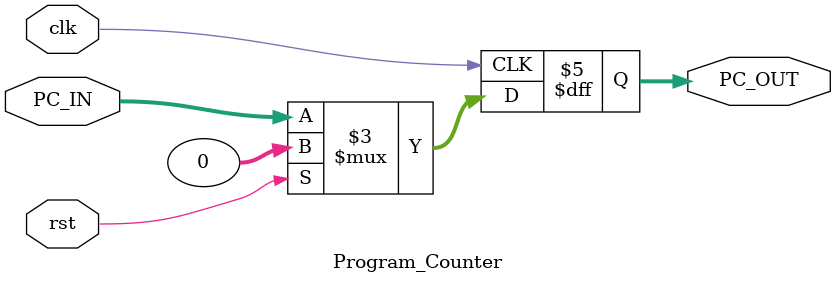
<source format=v>
`timescale 1ns / 1ps

module Program_Counter(clk,rst,PC_IN,PC_OUT);

input clk,rst;
//32 bit input and output
input [31:0]PC_IN;
output reg [31:0] PC_OUT;
//as PC is a register that holds the address for the next instruction that trigger at positive edge or negative egdge of clock
always @(posedge clk)
begin
if(rst)
//if reset is high PC should be assigned as 32 bit zero
PC_OUT <= 32'h00000000;//here 1 bit in hex is 4 bits in binary so we have writtem 8 bits 0 for representing
else
PC_OUT<=PC_IN;//pc in should be pc out if reset is not high
end
endmodule

</source>
